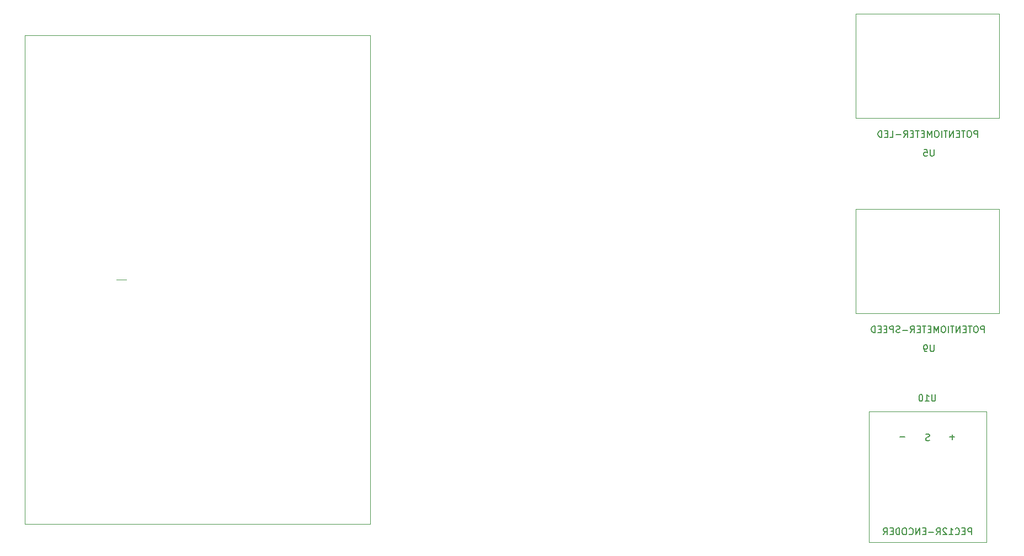
<source format=gbr>
G04 #@! TF.GenerationSoftware,KiCad,Pcbnew,5.1.2-f72e74a~84~ubuntu19.04.1*
G04 #@! TF.CreationDate,2019-10-23T18:47:17+02:00*
G04 #@! TF.ProjectId,upuaut,75707561-7574-42e6-9b69-6361645f7063,rev?*
G04 #@! TF.SameCoordinates,Original*
G04 #@! TF.FileFunction,Legend,Bot*
G04 #@! TF.FilePolarity,Positive*
%FSLAX46Y46*%
G04 Gerber Fmt 4.6, Leading zero omitted, Abs format (unit mm)*
G04 Created by KiCad (PCBNEW 5.1.2-f72e74a~84~ubuntu19.04.1) date 2019-10-23 18:47:17*
%MOMM*%
%LPD*%
G04 APERTURE LIST*
%ADD10C,0.120000*%
%ADD11C,0.150000*%
G04 APERTURE END LIST*
D10*
X114450000Y-118300000D02*
X61450000Y-118300000D01*
X114450000Y-43300000D02*
X61450000Y-43300000D01*
X75504000Y-80800000D02*
X77028000Y-80800000D01*
X61450000Y-43300000D02*
X61450000Y-118300000D01*
X114450000Y-43300000D02*
X114450000Y-118300000D01*
X211000000Y-40000000D02*
X211000000Y-56000000D01*
X211000000Y-56000000D02*
X189000000Y-56000000D01*
X189000000Y-56000000D02*
X189000000Y-40000000D01*
X189000000Y-40000000D02*
X211000000Y-40000000D01*
X189000000Y-70000000D02*
X211000000Y-70000000D01*
X189000000Y-86000000D02*
X189000000Y-70000000D01*
X211000000Y-86000000D02*
X189000000Y-86000000D01*
X211000000Y-70000000D02*
X211000000Y-86000000D01*
X209000000Y-101094000D02*
X191000000Y-101094000D01*
X209000000Y-121150000D02*
X209000000Y-101094000D01*
X191000000Y-121150000D02*
X191000000Y-101094000D01*
X209000000Y-121150000D02*
X191000000Y-121150000D01*
D11*
X200961904Y-60852380D02*
X200961904Y-61661904D01*
X200914285Y-61757142D01*
X200866666Y-61804761D01*
X200771428Y-61852380D01*
X200580952Y-61852380D01*
X200485714Y-61804761D01*
X200438095Y-61757142D01*
X200390476Y-61661904D01*
X200390476Y-60852380D01*
X199438095Y-60852380D02*
X199914285Y-60852380D01*
X199961904Y-61328571D01*
X199914285Y-61280952D01*
X199819047Y-61233333D01*
X199580952Y-61233333D01*
X199485714Y-61280952D01*
X199438095Y-61328571D01*
X199390476Y-61423809D01*
X199390476Y-61661904D01*
X199438095Y-61757142D01*
X199485714Y-61804761D01*
X199580952Y-61852380D01*
X199819047Y-61852380D01*
X199914285Y-61804761D01*
X199961904Y-61757142D01*
X207669847Y-58952380D02*
X207669847Y-57952380D01*
X207288895Y-57952380D01*
X207193657Y-58000000D01*
X207146038Y-58047619D01*
X207098419Y-58142857D01*
X207098419Y-58285714D01*
X207146038Y-58380952D01*
X207193657Y-58428571D01*
X207288895Y-58476190D01*
X207669847Y-58476190D01*
X206479371Y-57952380D02*
X206288895Y-57952380D01*
X206193657Y-58000000D01*
X206098419Y-58095238D01*
X206050800Y-58285714D01*
X206050800Y-58619047D01*
X206098419Y-58809523D01*
X206193657Y-58904761D01*
X206288895Y-58952380D01*
X206479371Y-58952380D01*
X206574609Y-58904761D01*
X206669847Y-58809523D01*
X206717466Y-58619047D01*
X206717466Y-58285714D01*
X206669847Y-58095238D01*
X206574609Y-58000000D01*
X206479371Y-57952380D01*
X205765085Y-57952380D02*
X205193657Y-57952380D01*
X205479371Y-58952380D02*
X205479371Y-57952380D01*
X204860323Y-58428571D02*
X204526990Y-58428571D01*
X204384133Y-58952380D02*
X204860323Y-58952380D01*
X204860323Y-57952380D01*
X204384133Y-57952380D01*
X203955561Y-58952380D02*
X203955561Y-57952380D01*
X203384133Y-58952380D01*
X203384133Y-57952380D01*
X203050800Y-57952380D02*
X202479371Y-57952380D01*
X202765085Y-58952380D02*
X202765085Y-57952380D01*
X202146038Y-58952380D02*
X202146038Y-57952380D01*
X201479371Y-57952380D02*
X201288895Y-57952380D01*
X201193657Y-58000000D01*
X201098419Y-58095238D01*
X201050800Y-58285714D01*
X201050800Y-58619047D01*
X201098419Y-58809523D01*
X201193657Y-58904761D01*
X201288895Y-58952380D01*
X201479371Y-58952380D01*
X201574609Y-58904761D01*
X201669847Y-58809523D01*
X201717466Y-58619047D01*
X201717466Y-58285714D01*
X201669847Y-58095238D01*
X201574609Y-58000000D01*
X201479371Y-57952380D01*
X200622228Y-58952380D02*
X200622228Y-57952380D01*
X200288895Y-58666666D01*
X199955561Y-57952380D01*
X199955561Y-58952380D01*
X199479371Y-58428571D02*
X199146038Y-58428571D01*
X199003180Y-58952380D02*
X199479371Y-58952380D01*
X199479371Y-57952380D01*
X199003180Y-57952380D01*
X198717466Y-57952380D02*
X198146038Y-57952380D01*
X198431752Y-58952380D02*
X198431752Y-57952380D01*
X197812704Y-58428571D02*
X197479371Y-58428571D01*
X197336514Y-58952380D02*
X197812704Y-58952380D01*
X197812704Y-57952380D01*
X197336514Y-57952380D01*
X196336514Y-58952380D02*
X196669847Y-58476190D01*
X196907942Y-58952380D02*
X196907942Y-57952380D01*
X196526990Y-57952380D01*
X196431752Y-58000000D01*
X196384133Y-58047619D01*
X196336514Y-58142857D01*
X196336514Y-58285714D01*
X196384133Y-58380952D01*
X196431752Y-58428571D01*
X196526990Y-58476190D01*
X196907942Y-58476190D01*
X195907942Y-58571428D02*
X195146038Y-58571428D01*
X194193657Y-58952380D02*
X194669847Y-58952380D01*
X194669847Y-57952380D01*
X193860323Y-58428571D02*
X193526990Y-58428571D01*
X193384133Y-58952380D02*
X193860323Y-58952380D01*
X193860323Y-57952380D01*
X193384133Y-57952380D01*
X192955561Y-58952380D02*
X192955561Y-57952380D01*
X192717466Y-57952380D01*
X192574609Y-58000000D01*
X192479371Y-58095238D01*
X192431752Y-58190476D01*
X192384133Y-58380952D01*
X192384133Y-58523809D01*
X192431752Y-58714285D01*
X192479371Y-58809523D01*
X192574609Y-58904761D01*
X192717466Y-58952380D01*
X192955561Y-58952380D01*
X200961904Y-90852380D02*
X200961904Y-91661904D01*
X200914285Y-91757142D01*
X200866666Y-91804761D01*
X200771428Y-91852380D01*
X200580952Y-91852380D01*
X200485714Y-91804761D01*
X200438095Y-91757142D01*
X200390476Y-91661904D01*
X200390476Y-90852380D01*
X199866666Y-91852380D02*
X199676190Y-91852380D01*
X199580952Y-91804761D01*
X199533333Y-91757142D01*
X199438095Y-91614285D01*
X199390476Y-91423809D01*
X199390476Y-91042857D01*
X199438095Y-90947619D01*
X199485714Y-90900000D01*
X199580952Y-90852380D01*
X199771428Y-90852380D01*
X199866666Y-90900000D01*
X199914285Y-90947619D01*
X199961904Y-91042857D01*
X199961904Y-91280952D01*
X199914285Y-91376190D01*
X199866666Y-91423809D01*
X199771428Y-91471428D01*
X199580952Y-91471428D01*
X199485714Y-91423809D01*
X199438095Y-91376190D01*
X199390476Y-91280952D01*
X208693657Y-88952380D02*
X208693657Y-87952380D01*
X208312704Y-87952380D01*
X208217466Y-88000000D01*
X208169847Y-88047619D01*
X208122228Y-88142857D01*
X208122228Y-88285714D01*
X208169847Y-88380952D01*
X208217466Y-88428571D01*
X208312704Y-88476190D01*
X208693657Y-88476190D01*
X207503180Y-87952380D02*
X207312704Y-87952380D01*
X207217466Y-88000000D01*
X207122228Y-88095238D01*
X207074609Y-88285714D01*
X207074609Y-88619047D01*
X207122228Y-88809523D01*
X207217466Y-88904761D01*
X207312704Y-88952380D01*
X207503180Y-88952380D01*
X207598419Y-88904761D01*
X207693657Y-88809523D01*
X207741276Y-88619047D01*
X207741276Y-88285714D01*
X207693657Y-88095238D01*
X207598419Y-88000000D01*
X207503180Y-87952380D01*
X206788895Y-87952380D02*
X206217466Y-87952380D01*
X206503180Y-88952380D02*
X206503180Y-87952380D01*
X205884133Y-88428571D02*
X205550800Y-88428571D01*
X205407942Y-88952380D02*
X205884133Y-88952380D01*
X205884133Y-87952380D01*
X205407942Y-87952380D01*
X204979371Y-88952380D02*
X204979371Y-87952380D01*
X204407942Y-88952380D01*
X204407942Y-87952380D01*
X204074609Y-87952380D02*
X203503180Y-87952380D01*
X203788895Y-88952380D02*
X203788895Y-87952380D01*
X203169847Y-88952380D02*
X203169847Y-87952380D01*
X202503180Y-87952380D02*
X202312704Y-87952380D01*
X202217466Y-88000000D01*
X202122228Y-88095238D01*
X202074609Y-88285714D01*
X202074609Y-88619047D01*
X202122228Y-88809523D01*
X202217466Y-88904761D01*
X202312704Y-88952380D01*
X202503180Y-88952380D01*
X202598419Y-88904761D01*
X202693657Y-88809523D01*
X202741276Y-88619047D01*
X202741276Y-88285714D01*
X202693657Y-88095238D01*
X202598419Y-88000000D01*
X202503180Y-87952380D01*
X201646038Y-88952380D02*
X201646038Y-87952380D01*
X201312704Y-88666666D01*
X200979371Y-87952380D01*
X200979371Y-88952380D01*
X200503180Y-88428571D02*
X200169847Y-88428571D01*
X200026990Y-88952380D02*
X200503180Y-88952380D01*
X200503180Y-87952380D01*
X200026990Y-87952380D01*
X199741276Y-87952380D02*
X199169847Y-87952380D01*
X199455561Y-88952380D02*
X199455561Y-87952380D01*
X198836514Y-88428571D02*
X198503180Y-88428571D01*
X198360323Y-88952380D02*
X198836514Y-88952380D01*
X198836514Y-87952380D01*
X198360323Y-87952380D01*
X197360323Y-88952380D02*
X197693657Y-88476190D01*
X197931752Y-88952380D02*
X197931752Y-87952380D01*
X197550800Y-87952380D01*
X197455561Y-88000000D01*
X197407942Y-88047619D01*
X197360323Y-88142857D01*
X197360323Y-88285714D01*
X197407942Y-88380952D01*
X197455561Y-88428571D01*
X197550800Y-88476190D01*
X197931752Y-88476190D01*
X196931752Y-88571428D02*
X196169847Y-88571428D01*
X195741276Y-88904761D02*
X195598419Y-88952380D01*
X195360323Y-88952380D01*
X195265085Y-88904761D01*
X195217466Y-88857142D01*
X195169847Y-88761904D01*
X195169847Y-88666666D01*
X195217466Y-88571428D01*
X195265085Y-88523809D01*
X195360323Y-88476190D01*
X195550800Y-88428571D01*
X195646038Y-88380952D01*
X195693657Y-88333333D01*
X195741276Y-88238095D01*
X195741276Y-88142857D01*
X195693657Y-88047619D01*
X195646038Y-88000000D01*
X195550800Y-87952380D01*
X195312704Y-87952380D01*
X195169847Y-88000000D01*
X194741276Y-88952380D02*
X194741276Y-87952380D01*
X194360323Y-87952380D01*
X194265085Y-88000000D01*
X194217466Y-88047619D01*
X194169847Y-88142857D01*
X194169847Y-88285714D01*
X194217466Y-88380952D01*
X194265085Y-88428571D01*
X194360323Y-88476190D01*
X194741276Y-88476190D01*
X193741276Y-88428571D02*
X193407942Y-88428571D01*
X193265085Y-88952380D02*
X193741276Y-88952380D01*
X193741276Y-87952380D01*
X193265085Y-87952380D01*
X192836514Y-88428571D02*
X192503180Y-88428571D01*
X192360323Y-88952380D02*
X192836514Y-88952380D01*
X192836514Y-87952380D01*
X192360323Y-87952380D01*
X191931752Y-88952380D02*
X191931752Y-87952380D01*
X191693657Y-87952380D01*
X191550800Y-88000000D01*
X191455561Y-88095238D01*
X191407942Y-88190476D01*
X191360323Y-88380952D01*
X191360323Y-88523809D01*
X191407942Y-88714285D01*
X191455561Y-88809523D01*
X191550800Y-88904761D01*
X191693657Y-88952380D01*
X191931752Y-88952380D01*
X201198095Y-98456380D02*
X201198095Y-99265904D01*
X201150476Y-99361142D01*
X201102857Y-99408761D01*
X201007619Y-99456380D01*
X200817142Y-99456380D01*
X200721904Y-99408761D01*
X200674285Y-99361142D01*
X200626666Y-99265904D01*
X200626666Y-98456380D01*
X199626666Y-99456380D02*
X200198095Y-99456380D01*
X199912380Y-99456380D02*
X199912380Y-98456380D01*
X200007619Y-98599238D01*
X200102857Y-98694476D01*
X200198095Y-98742095D01*
X199007619Y-98456380D02*
X198912380Y-98456380D01*
X198817142Y-98504000D01*
X198769523Y-98551619D01*
X198721904Y-98646857D01*
X198674285Y-98837333D01*
X198674285Y-99075428D01*
X198721904Y-99265904D01*
X198769523Y-99361142D01*
X198817142Y-99408761D01*
X198912380Y-99456380D01*
X199007619Y-99456380D01*
X199102857Y-99408761D01*
X199150476Y-99361142D01*
X199198095Y-99265904D01*
X199245714Y-99075428D01*
X199245714Y-98837333D01*
X199198095Y-98646857D01*
X199150476Y-98551619D01*
X199102857Y-98504000D01*
X199007619Y-98456380D01*
X206738095Y-119962380D02*
X206738095Y-118962380D01*
X206357142Y-118962380D01*
X206261904Y-119010000D01*
X206214285Y-119057619D01*
X206166666Y-119152857D01*
X206166666Y-119295714D01*
X206214285Y-119390952D01*
X206261904Y-119438571D01*
X206357142Y-119486190D01*
X206738095Y-119486190D01*
X205738095Y-119438571D02*
X205404761Y-119438571D01*
X205261904Y-119962380D02*
X205738095Y-119962380D01*
X205738095Y-118962380D01*
X205261904Y-118962380D01*
X204261904Y-119867142D02*
X204309523Y-119914761D01*
X204452380Y-119962380D01*
X204547619Y-119962380D01*
X204690476Y-119914761D01*
X204785714Y-119819523D01*
X204833333Y-119724285D01*
X204880952Y-119533809D01*
X204880952Y-119390952D01*
X204833333Y-119200476D01*
X204785714Y-119105238D01*
X204690476Y-119010000D01*
X204547619Y-118962380D01*
X204452380Y-118962380D01*
X204309523Y-119010000D01*
X204261904Y-119057619D01*
X203309523Y-119962380D02*
X203880952Y-119962380D01*
X203595238Y-119962380D02*
X203595238Y-118962380D01*
X203690476Y-119105238D01*
X203785714Y-119200476D01*
X203880952Y-119248095D01*
X202928571Y-119057619D02*
X202880952Y-119010000D01*
X202785714Y-118962380D01*
X202547619Y-118962380D01*
X202452380Y-119010000D01*
X202404761Y-119057619D01*
X202357142Y-119152857D01*
X202357142Y-119248095D01*
X202404761Y-119390952D01*
X202976190Y-119962380D01*
X202357142Y-119962380D01*
X201357142Y-119962380D02*
X201690476Y-119486190D01*
X201928571Y-119962380D02*
X201928571Y-118962380D01*
X201547619Y-118962380D01*
X201452380Y-119010000D01*
X201404761Y-119057619D01*
X201357142Y-119152857D01*
X201357142Y-119295714D01*
X201404761Y-119390952D01*
X201452380Y-119438571D01*
X201547619Y-119486190D01*
X201928571Y-119486190D01*
X200928571Y-119581428D02*
X200166666Y-119581428D01*
X199690476Y-119438571D02*
X199357142Y-119438571D01*
X199214285Y-119962380D02*
X199690476Y-119962380D01*
X199690476Y-118962380D01*
X199214285Y-118962380D01*
X198785714Y-119962380D02*
X198785714Y-118962380D01*
X198214285Y-119962380D01*
X198214285Y-118962380D01*
X197166666Y-119867142D02*
X197214285Y-119914761D01*
X197357142Y-119962380D01*
X197452380Y-119962380D01*
X197595238Y-119914761D01*
X197690476Y-119819523D01*
X197738095Y-119724285D01*
X197785714Y-119533809D01*
X197785714Y-119390952D01*
X197738095Y-119200476D01*
X197690476Y-119105238D01*
X197595238Y-119010000D01*
X197452380Y-118962380D01*
X197357142Y-118962380D01*
X197214285Y-119010000D01*
X197166666Y-119057619D01*
X196547619Y-118962380D02*
X196357142Y-118962380D01*
X196261904Y-119010000D01*
X196166666Y-119105238D01*
X196119047Y-119295714D01*
X196119047Y-119629047D01*
X196166666Y-119819523D01*
X196261904Y-119914761D01*
X196357142Y-119962380D01*
X196547619Y-119962380D01*
X196642857Y-119914761D01*
X196738095Y-119819523D01*
X196785714Y-119629047D01*
X196785714Y-119295714D01*
X196738095Y-119105238D01*
X196642857Y-119010000D01*
X196547619Y-118962380D01*
X195690476Y-119962380D02*
X195690476Y-118962380D01*
X195452380Y-118962380D01*
X195309523Y-119010000D01*
X195214285Y-119105238D01*
X195166666Y-119200476D01*
X195119047Y-119390952D01*
X195119047Y-119533809D01*
X195166666Y-119724285D01*
X195214285Y-119819523D01*
X195309523Y-119914761D01*
X195452380Y-119962380D01*
X195690476Y-119962380D01*
X194690476Y-119438571D02*
X194357142Y-119438571D01*
X194214285Y-119962380D02*
X194690476Y-119962380D01*
X194690476Y-118962380D01*
X194214285Y-118962380D01*
X193214285Y-119962380D02*
X193547619Y-119486190D01*
X193785714Y-119962380D02*
X193785714Y-118962380D01*
X193404761Y-118962380D01*
X193309523Y-119010000D01*
X193261904Y-119057619D01*
X193214285Y-119152857D01*
X193214285Y-119295714D01*
X193261904Y-119390952D01*
X193309523Y-119438571D01*
X193404761Y-119486190D01*
X193785714Y-119486190D01*
X204150952Y-104955428D02*
X203389047Y-104955428D01*
X203770000Y-105336380D02*
X203770000Y-104574476D01*
X200275714Y-105468761D02*
X200132857Y-105516380D01*
X199894761Y-105516380D01*
X199799523Y-105468761D01*
X199751904Y-105421142D01*
X199704285Y-105325904D01*
X199704285Y-105230666D01*
X199751904Y-105135428D01*
X199799523Y-105087809D01*
X199894761Y-105040190D01*
X200085238Y-104992571D01*
X200180476Y-104944952D01*
X200228095Y-104897333D01*
X200275714Y-104802095D01*
X200275714Y-104706857D01*
X200228095Y-104611619D01*
X200180476Y-104564000D01*
X200085238Y-104516380D01*
X199847142Y-104516380D01*
X199704285Y-104564000D01*
X196540952Y-104975428D02*
X195779047Y-104975428D01*
M02*

</source>
